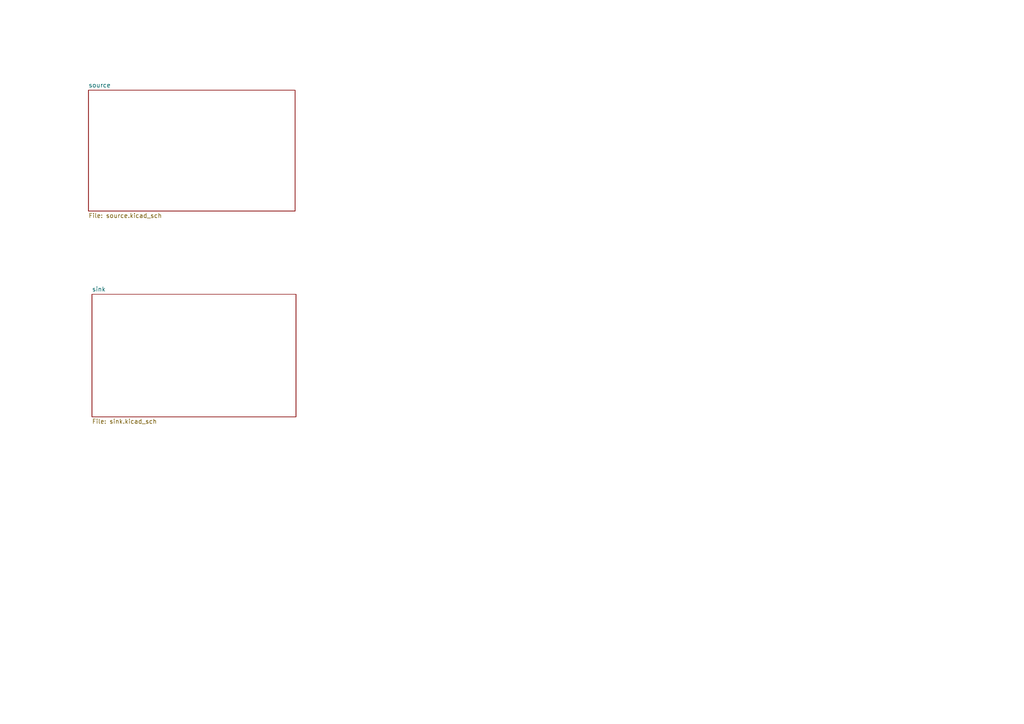
<source format=kicad_sch>
(kicad_sch
	(version 20250114)
	(generator "eeschema")
	(generator_version "9.0")
	(uuid "d30881c9-2e5b-4846-8f12-42ee4af8a2cb")
	(paper "A4")
	(lib_symbols)
	(sheet
		(at 25.654 26.162)
		(size 59.944 35.052)
		(exclude_from_sim no)
		(in_bom yes)
		(on_board yes)
		(dnp no)
		(fields_autoplaced yes)
		(stroke
			(width 0.1524)
			(type solid)
		)
		(fill
			(color 0 0 0 0.0000)
		)
		(uuid "f98ac80c-9b3a-462e-909c-9aa1db87b1f8")
		(property "Sheetname" "source"
			(at 25.654 25.4504 0)
			(effects
				(font
					(size 1.27 1.27)
				)
				(justify left bottom)
			)
		)
		(property "Sheetfile" "source.kicad_sch"
			(at 25.654 61.7986 0)
			(effects
				(font
					(size 1.27 1.27)
				)
				(justify left top)
			)
		)
		(instances
			(project "Display Adapters"
				(path "/d30881c9-2e5b-4846-8f12-42ee4af8a2cb"
					(page "2")
				)
			)
		)
	)
	(sheet
		(at 26.67 85.344)
		(size 59.182 35.56)
		(exclude_from_sim no)
		(in_bom yes)
		(on_board yes)
		(dnp no)
		(fields_autoplaced yes)
		(stroke
			(width 0.1524)
			(type solid)
		)
		(fill
			(color 0 0 0 0.0000)
		)
		(uuid "fcc0638b-2731-4e5e-82a0-257b53736c6a")
		(property "Sheetname" "sink"
			(at 26.67 84.6324 0)
			(effects
				(font
					(size 1.27 1.27)
				)
				(justify left bottom)
			)
		)
		(property "Sheetfile" "sink.kicad_sch"
			(at 26.67 121.4886 0)
			(effects
				(font
					(size 1.27 1.27)
				)
				(justify left top)
			)
		)
		(instances
			(project "Display Adapters"
				(path "/d30881c9-2e5b-4846-8f12-42ee4af8a2cb"
					(page "3")
				)
			)
		)
	)
	(sheet_instances
		(path "/"
			(page "1")
		)
	)
	(embedded_fonts no)
)

</source>
